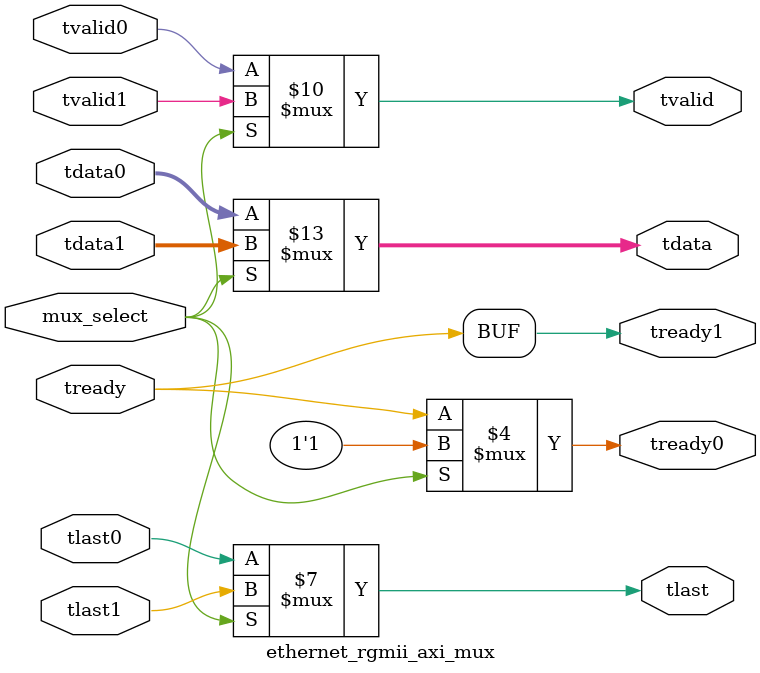
<source format=v>

`timescale 1 ps/1 ps

module ethernet_rgmii_axi_mux (
   input                   mux_select,

   // mux inputs
   input       [7:0]       tdata0,
   input                   tvalid0,
   input                   tlast0,
   output reg              tready0,

   input       [7:0]       tdata1,
   input                   tvalid1,
   input                   tlast1,
   output reg              tready1,

   // mux outputs
   output reg  [7:0]       tdata,
   output reg              tvalid,
   output reg              tlast,
   input                   tready
);

always @(mux_select or tdata0 or tvalid0 or tlast0 or tdata1 or
         tvalid1 or tlast1)
begin
   if (mux_select) begin
      tdata    = tdata1;
      tvalid   = tvalid1;
      tlast    = tlast1;
   end
   else begin
      tdata    = tdata0;
      tvalid   = tvalid0;
      tlast    = tlast0;
   end
end

always @(mux_select or tready)
begin
   if (mux_select) begin
      tready0     = 1'b1;
   end
   else begin
      tready0     = tready;
   end
   tready1     = tready;
end

endmodule

</source>
